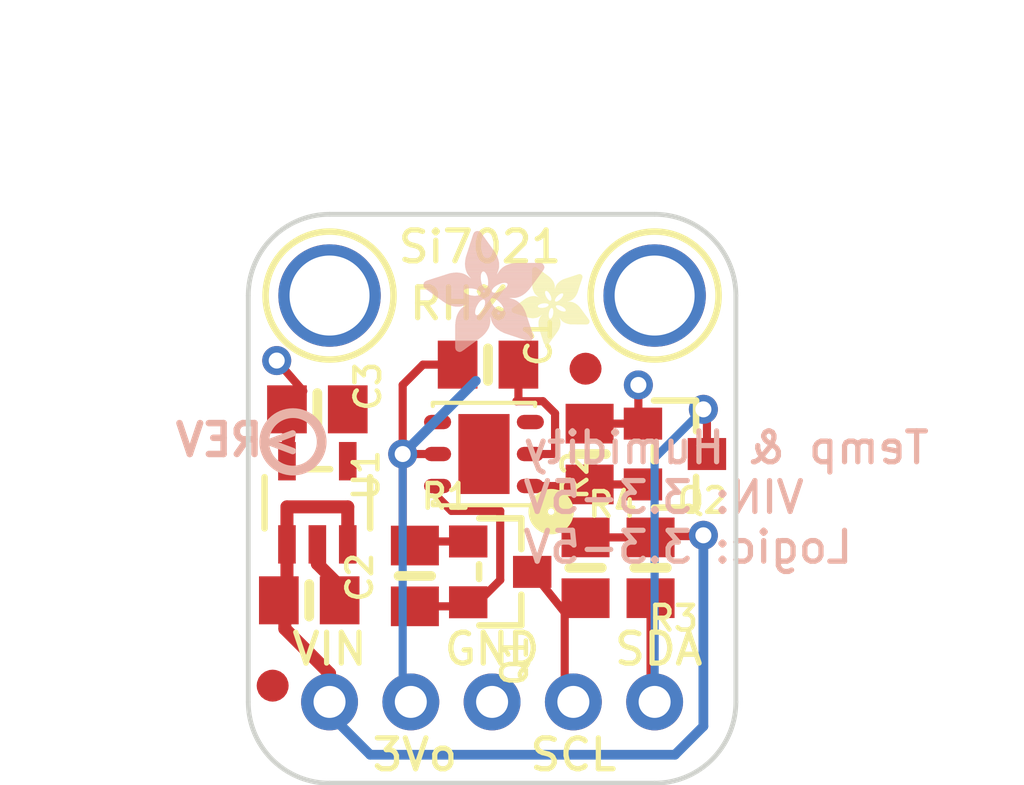
<source format=kicad_pcb>
(kicad_pcb (version 20171130) (host pcbnew "(5.1.0)-1")
  (layers (0 Top signal) (31 Bottom signal) (34 B.Paste user) (35 F.Paste user) (36 B.SilkS user) (37 F.SilkS user) (38 B.Mask user) (39 F.Mask user) (44 Edge.Cuts user))
  (net 0 "")
  (net 1 +3V3)
  (net 2 GND)
  (net 3 /SCL_3.3V)
  (net 4 /SDA_3.3V)
  (net 5 +5V)
  (net 6 /SCL)
  (net 7 /SDA)
  (net 8 "Net-(U1-Pad4)")
  (module "Adafruit Si7021 Humidity:DFN6_3X3_SI" (layer Top) (at 148.2471 103.6066 180)
    (fp_text reference U2 hide)
    (fp_text value Si7021-A20)
    (pad 6 smd roundrect (at 1.45 -1 180) (size 0.85 0.45) (layers Top F.Paste F.Mask) (roundrect_rratio 0.5) (net 3 /SCL_3.3V))
    (pad 5 smd roundrect (at 1.45 0 180) (size 0.85 0.45) (layers Top F.Paste F.Mask) (roundrect_rratio 0.5) (net 1 +3V3))
    (pad 4 smd roundrect (at 1.45 1 180) (size 0.85 0.45) (layers Top F.Paste F.Mask) (roundrect_rratio 0.5))
    (pad 3 smd roundrect (at -1.45 1 180) (size 0.85 0.45) (layers Top F.Paste F.Mask) (roundrect_rratio 0.5))
    (pad 2 smd roundrect (at -1.45 0 180) (size 0.85 0.45) (layers Top F.Paste F.Mask) (roundrect_rratio 0.5) (net 2 GND))
    (pad 1 smd roundrect (at -1.45 -1 180) (size 0.85 0.45) (layers Top F.Paste F.Mask) (roundrect_rratio 0.5) (net 4 /SDA_3.3V))
    (pad P$1 smd rect (at 0 0 180) (size 1.6 2.5) (layers Top F.Paste F.Mask))
  )
  (module "Adafruit Si7021 Humidity:0805-NO" (layer Top) (at 151.4221 107.1626 90)
    (fp_text reference R2 (at 2.032 0.127 90) (layer F.SilkS) (effects (font (size 0.77216 0.77216) (thickness 0.138988)) (justify left bottom)))
    (fp_text value 10K)
    (pad 2 smd rect (at 0.95 0 90) (size 1.24 1.5) (layers Top F.Paste F.Mask) (net 5 +5V))
    (pad 1 smd rect (at -0.95 0 90) (size 1.24 1.5) (layers Top F.Paste F.Mask) (net 6 /SCL))
  )
  (module "Adafruit Si7021 Humidity:0805-NO" (layer Top) (at 153.4541 107.1626 270)
    (fp_text reference R3 (at 2.032 0.127) (layer F.SilkS) (effects (font (size 0.77216 0.77216) (thickness 0.138988)) (justify left bottom)))
    (fp_text value 10K)
    (pad 2 smd rect (at 0.95 0 270) (size 1.24 1.5) (layers Top F.Paste F.Mask) (net 7 /SDA))
    (pad 1 smd rect (at -0.95 0 270) (size 1.24 1.5) (layers Top F.Paste F.Mask) (net 5 +5V))
  )
  (module "Adafruit Si7021 Humidity:0805-NO" (layer Top) (at 151.5491 103.6066 270)
    (fp_text reference R4 (at 2.032 0.127) (layer F.SilkS) (effects (font (size 0.77216 0.77216) (thickness 0.138988)) (justify left bottom)))
    (fp_text value 10K)
    (pad 2 smd rect (at 0.95 0 270) (size 1.24 1.5) (layers Top F.Paste F.Mask) (net 4 /SDA_3.3V))
    (pad 1 smd rect (at -0.95 0 270) (size 1.24 1.5) (layers Top F.Paste F.Mask) (net 1 +3V3))
  )
  (module "Adafruit Si7021 Humidity:0805-NO" (layer Top) (at 146.0881 107.4166 90)
    (fp_text reference R1 (at 2.032 0.127) (layer F.SilkS) (effects (font (size 0.77216 0.77216) (thickness 0.138988)) (justify left bottom)))
    (fp_text value 10K)
    (pad 2 smd rect (at 0.95 0 90) (size 1.24 1.5) (layers Top F.Paste F.Mask) (net 1 +3V3))
    (pad 1 smd rect (at -0.95 0 90) (size 1.24 1.5) (layers Top F.Paste F.Mask) (net 3 /SCL_3.3V))
  )
  (module "Adafruit Si7021 Humidity:SOT23-WIDE" (layer Top) (at 148.7551 107.2896 270)
    (fp_text reference Q1 (at 1.905 0 90) (layer F.SilkS) (effects (font (size 0.77216 0.77216) (thickness 0.138988)) (justify right top)))
    (fp_text value BSS138)
    (pad 1 smd rect (at -0.95 1 270) (size 1 1.2) (layers Top F.Paste F.Mask) (net 1 +3V3))
    (pad 2 smd rect (at 0.95 1 270) (size 1 1.2) (layers Top F.Paste F.Mask) (net 3 /SCL_3.3V))
    (pad 3 smd rect (at 0 -1 270) (size 1 1.2) (layers Top F.Paste F.Mask) (net 6 /SCL))
  )
  (module "Adafruit Si7021 Humidity:SOT23-WIDE" (layer Top) (at 154.2161 103.6066 270)
    (fp_text reference Q2 (at 1.905 0) (layer F.SilkS) (effects (font (size 0.77216 0.77216) (thickness 0.138988)) (justify left bottom)))
    (fp_text value BSS138)
    (pad 1 smd rect (at -0.95 1 270) (size 1 1.2) (layers Top F.Paste F.Mask) (net 1 +3V3))
    (pad 2 smd rect (at 0.95 1 270) (size 1 1.2) (layers Top F.Paste F.Mask) (net 4 /SDA_3.3V))
    (pad 3 smd rect (at 0 -1 270) (size 1 1.2) (layers Top F.Paste F.Mask) (net 7 /SDA))
  )
  (module "Adafruit Si7021 Humidity:0805-NO" (layer Top) (at 148.3741 100.8126)
    (fp_text reference C1 (at 2.032 0.127 90) (layer F.SilkS) (effects (font (size 0.77216 0.77216) (thickness 0.138988)) (justify left bottom)))
    (fp_text value 0.1uF)
    (pad 2 smd rect (at 0.95 0) (size 1.24 1.5) (layers Top F.Paste F.Mask) (net 2 GND))
    (pad 1 smd rect (at -0.95 0) (size 1.24 1.5) (layers Top F.Paste F.Mask) (net 1 +3V3))
  )
  (module "Adafruit Si7021 Humidity:SOT23-5" (layer Top) (at 143.0401 105.1306)
    (fp_text reference U1 (at 1.978 0 90) (layer F.SilkS) (effects (font (size 0.77216 0.77216) (thickness 0.138988)) (justify left bottom)))
    (fp_text value MIC5225-3.3)
    (pad 5 smd rect (at -0.95 -1.3001) (size 0.55 1.2) (layers Top F.Paste F.Mask) (net 1 +3V3))
    (pad 4 smd rect (at 0.95 -1.3001) (size 0.55 1.2) (layers Top F.Paste F.Mask) (net 8 "Net-(U1-Pad4)"))
    (pad 3 smd rect (at 0.95 1.3001) (size 0.55 1.2) (layers Top F.Paste F.Mask) (net 5 +5V))
    (pad 2 smd rect (at 0 1.3001) (size 0.55 1.2) (layers Top F.Paste F.Mask) (net 2 GND))
    (pad 1 smd rect (at -0.95 1.3001) (size 0.55 1.2) (layers Top F.Paste F.Mask) (net 5 +5V))
  )
  (module "Adafruit Si7021 Humidity:0805-NO" (layer Top) (at 142.7861 108.1786)
    (fp_text reference C2 (at 2.032 0.127 90) (layer F.SilkS) (effects (font (size 0.77216 0.77216) (thickness 0.138988)) (justify left bottom)))
    (fp_text value 10uF)
    (pad 2 smd rect (at 0.95 0) (size 1.24 1.5) (layers Top F.Paste F.Mask) (net 2 GND))
    (pad 1 smd rect (at -0.95 0) (size 1.24 1.5) (layers Top F.Paste F.Mask) (net 5 +5V))
  )
  (module "Adafruit Si7021 Humidity:0805-NO" (layer Top) (at 143.0401 102.2096)
    (fp_text reference C3 (at 2.032 0.127 90) (layer F.SilkS) (effects (font (size 0.77216 0.77216) (thickness 0.138988)) (justify left bottom)))
    (fp_text value 10uF)
    (pad 2 smd rect (at 0.95 0) (size 1.24 1.5) (layers Top F.Paste F.Mask) (net 2 GND))
    (pad 1 smd rect (at -0.95 0) (size 1.24 1.5) (layers Top F.Paste F.Mask) (net 1 +3V3))
  )
  (module "Adafruit Si7021 Humidity:FIDUCIAL_1MM" (layer Top) (at 141.6431 110.8456)
    (fp_text reference FID1 hide)
    (fp_text value FIDUCIAL"" hide)
    (pad 1 smd roundrect (at 0 0) (size 1 1) (layers Top F.Mask) (roundrect_rratio 0.5))
  )
  (module "Adafruit Si7021 Humidity:FIDUCIAL_1MM" (layer Top) (at 151.4221 100.9396)
    (fp_text reference FID2 hide)
    (fp_text value FIDUCIAL"" hide)
    (pad 1 smd roundrect (at 0 0) (size 1 1) (layers Top F.Mask) (roundrect_rratio 0.5))
  )
  (module "Adafruit Si7021 Humidity:MOUNTINGHOLE_2.5_PLATED" (layer Top) (at 153.5811 98.6536)
    (fp_text reference U$6 hide)
    (fp_text value MOUNTINGHOLE2.5 hide)
    (pad P$1 thru_hole circle (at 0 0) (size 3.2 3.2) (drill 2.5) (layers *.Cu *.Mask))
  )
  (module "Adafruit Si7021 Humidity:MOUNTINGHOLE_2.5_PLATED" (layer Top) (at 143.4211 98.6536)
    (fp_text reference U$7 hide)
    (fp_text value MOUNTINGHOLE2.5 hide)
    (pad P$1 thru_hole circle (at 0 0) (size 3.2 3.2) (drill 2.5) (layers *.Cu *.Mask))
  )
  (module "Adafruit Si7021 Humidity:1X05_ROUND_70" (layer Top) (at 148.5011 111.3536 180)
    (fp_text reference JP1 hide)
    (fp_text value HEADER-1X570MIL)
    (pad 5 thru_hole circle (at 5.08 0 270) (size 1.778 1.778) (drill 1) (layers *.Cu *.Mask) (net 5 +5V))
    (pad 4 thru_hole circle (at 2.54 0 270) (size 1.778 1.778) (drill 1) (layers *.Cu *.Mask) (net 1 +3V3))
    (pad 3 thru_hole circle (at 0 0 270) (size 1.778 1.778) (drill 1) (layers *.Cu *.Mask) (net 2 GND))
    (pad 2 thru_hole circle (at -2.54 0 270) (size 1.778 1.778) (drill 1) (layers *.Cu *.Mask) (net 6 /SCL))
    (pad 1 thru_hole circle (at -5.08 0 270) (size 1.778 1.778) (drill 1) (layers *.Cu *.Mask) (net 7 /SDA))
  )
  (module "Adafruit Si7021 Humidity:ADAFRUIT_2.5MM" (layer Top) (at 151.5491 97.7646 180)
    (fp_text reference U$1 hide)
    (fp_text value "" hide)
  )
  (module "Adafruit Si7021 Humidity:PCBFEAT-REV-040" (layer Bottom) (at 142.2781 103.2256 180)
    (fp_text reference U$9 hide)
    (fp_text value "" hide)
    (fp_text user >REV (at -0.3556 -0.508 180) (layer B.SilkS) (effects (font (size 0.9652 0.9652) (thickness 0.2032)) (justify left bottom mirror)))
  )
  (module "Adafruit Si7021 Humidity:ADAFRUIT_3.5MM" (layer Bottom) (at 150.1521 100.4316 180)
    (fp_text reference U$10 hide)
    (fp_text value "" hide)
  )
  (gr_line (start 140.8811 111.3536) (end 140.8811 98.6536) (layer Edge.Cuts) (width 0.15))
  (gr_arc (start 143.4211 98.6536) (end 140.8811 98.6536) (angle 90) (layer Edge.Cuts) (width 0.15))
  (gr_line (start 143.4211 96.1136) (end 153.5811 96.1136) (layer Edge.Cuts) (width 0.15))
  (gr_arc (start 153.5811 98.6536) (end 153.5811 96.1136) (angle 90) (layer Edge.Cuts) (width 0.15))
  (gr_line (start 156.1211 98.6536) (end 156.1211 111.3536) (layer Edge.Cuts) (width 0.15))
  (gr_arc (start 153.5811 111.3536) (end 156.1211 111.3536) (angle 90) (layer Edge.Cuts) (width 0.15))
  (gr_line (start 153.5811 113.8936) (end 143.4211 113.8936) (layer Edge.Cuts) (width 0.15))
  (gr_arc (start 143.4211 111.3536) (end 143.4211 113.8936) (angle 90) (layer Edge.Cuts) (width 0.15))
  (gr_text Si7021 (at 148.1201 97.1296) (layer F.SilkS) (effects (font (size 0.9652 0.9652) (thickness 0.16256))))
  (gr_text RH% (at 147.4851 98.9076) (layer F.SilkS) (effects (font (size 0.9652 0.9652) (thickness 0.16256))))
  (gr_text SDA (at 153.7081 109.7026) (layer F.SilkS) (effects (font (size 0.9652 0.9652) (thickness 0.16256))))
  (gr_text SCL (at 151.0411 113.0046) (layer F.SilkS) (effects (font (size 0.9652 0.9652) (thickness 0.16256))))
  (gr_text GND (at 148.5011 109.7026) (layer F.SilkS) (effects (font (size 0.9652 0.9652) (thickness 0.16256))))
  (gr_text 3Vo (at 146.0881 113.0046) (layer F.SilkS) (effects (font (size 0.9652 0.9652) (thickness 0.16256))))
  (gr_text VIN (at 143.4211 109.7026) (layer F.SilkS) (effects (font (size 0.9652 0.9652) (thickness 0.16256))))
  (gr_text "Temp & Humidity\nVIN: 3.3-5V\nLogic: 3.3-5V" (at 149.3901 102.8446) (layer B.SilkS) (effects (font (size 0.9652 0.9652) (thickness 0.16256)) (justify right top mirror)))
  (segment (start 151.5491 104.5566) (end 153.2161 104.5566) (width 0.254) (layer Top) (net 4))
  (segment (start 149.6971 104.6066) (end 150.6101 104.6066) (width 0.254) (layer Top) (net 4))
  (segment (start 150.6101 104.6066) (end 151.5491 104.5566) (width 0.254) (layer Top) (net 4))
  (segment (start 146.0881 108.3666) (end 147.8821 108.3666) (width 0.254) (layer Top) (net 3))
  (segment (start 147.8821 108.3666) (end 147.7551 108.2396) (width 0.254) (layer Top) (net 3))
  (segment (start 146.7971 104.6066) (end 146.7971 104.9506) (width 0.254) (layer Top) (net 3))
  (segment (start 146.7971 104.9506) (end 147.2311 105.3846) (width 0.254) (layer Top) (net 3))
  (segment (start 147.2311 105.3846) (end 148.7551 105.3846) (width 0.254) (layer Top) (net 3))
  (segment (start 148.7551 105.3846) (end 148.7551 107.5436) (width 0.254) (layer Top) (net 3))
  (segment (start 148.7551 107.5436) (end 148.1201 108.1786) (width 0.254) (layer Top) (net 3))
  (segment (start 148.1201 108.1786) (end 148.0701 108.1786) (width 0.254) (layer Top) (net 3))
  (segment (start 148.0701 108.1786) (end 147.7551 108.2396) (width 0.254) (layer Top) (net 3))
  (segment (start 153.3881 108.0516) (end 153.4541 108.1126) (width 0.254) (layer Top) (net 7))
  (segment (start 153.4541 108.1126) (end 153.4541 111.2266) (width 0.254) (layer Top) (net 7))
  (segment (start 153.4541 111.2266) (end 153.5811 111.3536) (width 0.254) (layer Top) (net 7))
  (segment (start 155.2161 103.6066) (end 155.2161 102.3206) (width 0.254) (layer Top) (net 7))
  (segment (start 155.2161 102.3206) (end 155.1051 102.2096) (width 0.254) (layer Top) (net 7))
  (via (at 155.1051 102.2096) (size 0.9064) (drill 0.5) (layers Top Bottom) (net 7))
  (segment (start 155.1051 102.2096) (end 153.5811 103.7336) (width 0.254) (layer Bottom) (net 7))
  (segment (start 153.5811 103.7336) (end 153.5811 111.3536) (width 0.254) (layer Bottom) (net 7))
  (segment (start 149.7551 107.2896) (end 150.7711 108.5596) (width 0.254) (layer Top) (net 6))
  (segment (start 151.0411 111.3536) (end 150.7711 111.0836) (width 0.254) (layer Top) (net 6))
  (segment (start 150.7711 111.0836) (end 150.7711 108.5596) (width 0.254) (layer Top) (net 6))
  (segment (start 150.7711 108.3056) (end 150.7711 108.5596) (width 0.254) (layer Top) (net 6))
  (segment (start 151.4221 108.1126) (end 150.9641 108.1126) (width 0.254) (layer Top) (net 6))
  (segment (start 150.9641 108.1126) (end 150.7711 108.3056) (width 0.254) (layer Top) (net 6))
  (segment (start 142.0901 102.2096) (end 142.2171 102.0826) (width 0.4064) (layer Top) (net 1))
  (segment (start 142.2171 102.0826) (end 142.0901 103.8305) (width 0.4064) (layer Top) (net 1))
  (segment (start 147.7551 106.3396) (end 146.2151 106.3396) (width 0.254) (layer Top) (net 1))
  (segment (start 146.2151 106.3396) (end 146.0881 106.4666) (width 0.254) (layer Top) (net 1))
  (segment (start 151.5491 102.6566) (end 153.2161 102.6566) (width 0.254) (layer Top) (net 1))
  (segment (start 145.7681 106.4666) (end 146.0881 106.4666) (width 0.254) (layer Top) (net 1))
  (segment (start 147.4241 100.8126) (end 146.3421 100.8126) (width 0.254) (layer Top) (net 1))
  (segment (start 146.3421 100.8126) (end 145.7071 101.4476) (width 0.254) (layer Top) (net 1))
  (segment (start 145.7071 101.4476) (end 145.7071 103.6066) (width 0.254) (layer Top) (net 1))
  (segment (start 145.7071 103.6066) (end 146.7971 103.6066) (width 0.254) (layer Top) (net 1))
  (segment (start 145.7071 103.6066) (end 145.7071 106.3396) (width 0.254) (layer Top) (net 1))
  (segment (start 145.7071 106.3396) (end 146.2151 106.3396) (width 0.254) (layer Top) (net 1))
  (via (at 145.7071 103.6066) (size 0.9064) (drill 0.5) (layers Top Bottom) (net 1))
  (segment (start 145.7071 103.6066) (end 145.7071 111.0996) (width 0.254) (layer Bottom) (net 1))
  (segment (start 145.7071 111.0996) (end 145.9611 111.3536) (width 0.254) (layer Bottom) (net 1))
  (segment (start 142.0901 102.2096) (end 142.5981 101.6406) (width 0.254) (layer Top) (net 1))
  (segment (start 142.5981 101.6406) (end 141.7701 100.6856) (width 0.254) (layer Top) (net 1))
  (via (at 141.7701 100.6856) (size 0.9064) (drill 0.5) (layers Top Bottom) (net 1))
  (segment (start 147.3581 100.7466) (end 147.4241 100.8126) (width 0.3048) (layer Top) (net 1))
  (via (at 153.0731 101.4476) (size 0.9064) (drill 0.5) (layers Top Bottom) (net 1))
  (segment (start 147.9931 101.3206) (end 145.7071 103.6066) (width 0.3048) (layer Bottom) (net 1))
  (segment (start 153.0731 101.4476) (end 153.0731 102.5136) (width 0.254) (layer Top) (net 1))
  (segment (start 153.0731 102.5136) (end 153.2161 102.6566) (width 0.254) (layer Top) (net 1))
  (segment (start 143.4211 111.3536) (end 143.4211 110.4646) (width 0.4064) (layer Top) (net 5))
  (segment (start 143.4211 110.4646) (end 142.0241 109.0676) (width 0.4064) (layer Top) (net 5))
  (segment (start 142.0241 109.0676) (end 142.0241 108.1126) (width 0.4064) (layer Top) (net 5))
  (segment (start 142.0241 108.1126) (end 141.8361 108.1786) (width 0.4064) (layer Top) (net 5))
  (segment (start 142.0901 106.4307) (end 142.0901 107.7976) (width 0.4064) (layer Top) (net 5))
  (segment (start 142.0901 107.7976) (end 141.8361 108.1786) (width 0.4064) (layer Top) (net 5))
  (segment (start 143.9901 106.4307) (end 143.9901 105.2576) (width 0.4064) (layer Top) (net 5))
  (segment (start 143.9901 105.2576) (end 142.0901 105.2576) (width 0.4064) (layer Top) (net 5))
  (segment (start 142.0901 105.2576) (end 142.0901 106.4307) (width 0.4064) (layer Top) (net 5))
  (segment (start 153.4541 106.2126) (end 151.4221 106.2126) (width 0.254) (layer Top) (net 5))
  (segment (start 143.4211 111.3536) (end 143.4211 111.7346) (width 0.3048) (layer Bottom) (net 5))
  (segment (start 143.4211 111.7346) (end 144.6911 113.0046) (width 0.3048) (layer Bottom) (net 5))
  (segment (start 144.6911 113.0046) (end 154.2161 113.0046) (width 0.3048) (layer Bottom) (net 5))
  (segment (start 154.2161 113.0046) (end 155.1051 112.1156) (width 0.3048) (layer Bottom) (net 5))
  (segment (start 155.1051 112.1156) (end 155.1051 106.1466) (width 0.3048) (layer Bottom) (net 5))
  (via (at 155.1051 106.1466) (size 0.9064) (drill 0.5) (layers Top Bottom) (net 5))
  (segment (start 155.1051 106.1466) (end 153.5201 106.1466) (width 0.3048) (layer Top) (net 5))
  (segment (start 153.5201 106.1466) (end 153.4541 106.2126) (width 0.3048) (layer Top) (net 5))
  (segment (start 143.0401 106.4307) (end 143.0401 107.0356) (width 0.4064) (layer Top) (net 2))
  (segment (start 143.0401 107.0356) (end 143.8631 107.8586) (width 0.4064) (layer Top) (net 2))
  (segment (start 143.8631 107.8586) (end 143.7361 108.1786) (width 0.4064) (layer Top) (net 2))
  (segment (start 149.6971 103.6066) (end 150.4696 103.6066) (width 0.254) (layer Top) (net 2))
  (segment (start 150.4696 103.6066) (end 150.4696 102.3366) (width 0.254) (layer Top) (net 2))
  (segment (start 150.4696 102.3366) (end 150.0886 101.9556) (width 0.254) (layer Top) (net 2))
  (segment (start 150.0886 101.9556) (end 149.2631 101.9556) (width 0.254) (layer Top) (net 2))
  (segment (start 149.2631 101.9556) (end 149.3241 101.8946) (width 0.254) (layer Top) (net 2))
  (segment (start 149.3241 101.8946) (end 149.3241 100.8126) (width 0.254) (layer Top) (net 2))
)
</source>
